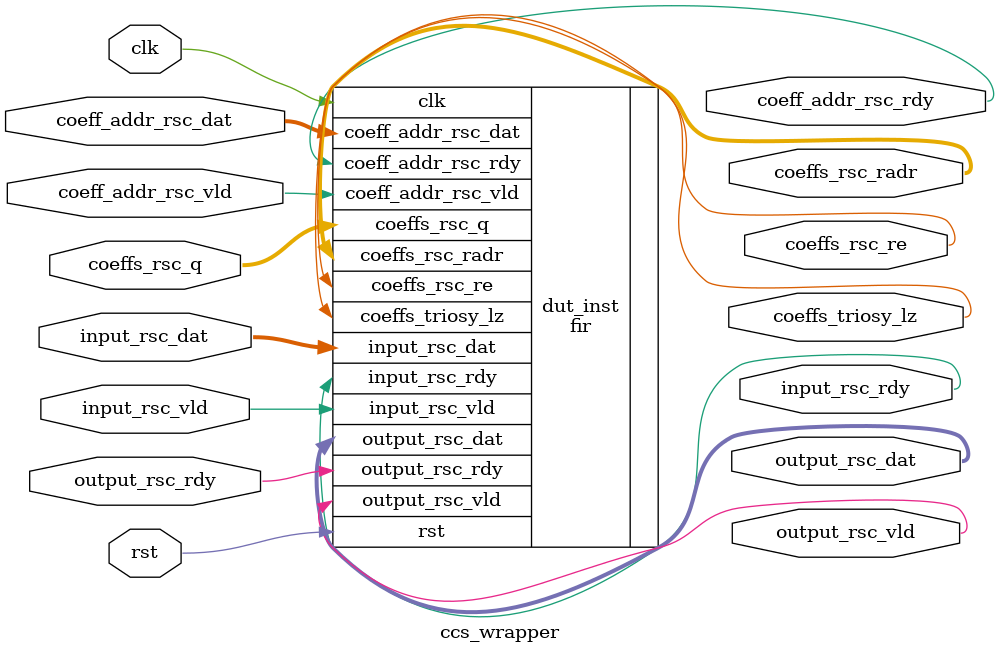
<source format=v>


module ccs_wrapper (
  clk, rst, input_rsc_dat, input_rsc_vld, input_rsc_rdy, coeffs_rsc_radr, coeffs_rsc_re, coeffs_rsc_q, coeffs_triosy_lz,
      coeff_addr_rsc_dat, coeff_addr_rsc_vld, coeff_addr_rsc_rdy, output_rsc_dat, output_rsc_vld, output_rsc_rdy
);
  input clk;
  input rst;
  input [7:0] input_rsc_dat;
  input input_rsc_vld;
  output input_rsc_rdy;
  output [4:0] coeffs_rsc_radr;
  output coeffs_rsc_re;
  input [63:0] coeffs_rsc_q;
  output coeffs_triosy_lz;
  input [4:0] coeff_addr_rsc_dat;
  input coeff_addr_rsc_vld;
  output coeff_addr_rsc_rdy;
  output [7:0] output_rsc_dat;
  output output_rsc_vld;
  input output_rsc_rdy;


  fir dut_inst (
    .clk(clk),
    .rst(rst),
    .input_rsc_dat(input_rsc_dat),
    .input_rsc_vld(input_rsc_vld),
    .input_rsc_rdy(input_rsc_rdy),
    .coeffs_rsc_radr(coeffs_rsc_radr),
    .coeffs_rsc_re(coeffs_rsc_re),
    .coeffs_rsc_q(coeffs_rsc_q),
    .coeffs_triosy_lz(coeffs_triosy_lz),
    .coeff_addr_rsc_dat(coeff_addr_rsc_dat),
    .coeff_addr_rsc_vld(coeff_addr_rsc_vld),
    .coeff_addr_rsc_rdy(coeff_addr_rsc_rdy),
    .output_rsc_dat(output_rsc_dat),
    .output_rsc_vld(output_rsc_vld),
    .output_rsc_rdy(output_rsc_rdy)
  );

endmodule


</source>
